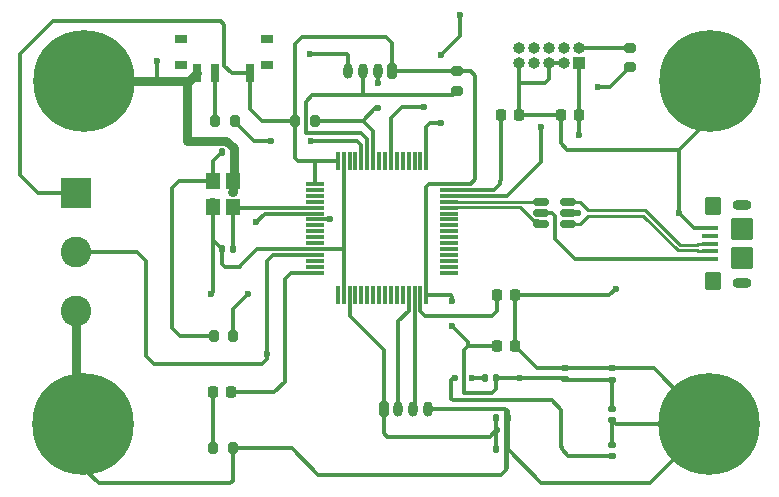
<source format=gbr>
%TF.GenerationSoftware,KiCad,Pcbnew,8.0.4*%
%TF.CreationDate,2024-07-31T13:10:52-04:00*%
%TF.ProjectId,STM32F405RGT6,53544d33-3246-4343-9035-524754362e6b,rev?*%
%TF.SameCoordinates,Original*%
%TF.FileFunction,Copper,L1,Top*%
%TF.FilePolarity,Positive*%
%FSLAX46Y46*%
G04 Gerber Fmt 4.6, Leading zero omitted, Abs format (unit mm)*
G04 Created by KiCad (PCBNEW 8.0.4) date 2024-07-31 13:10:52*
%MOMM*%
%LPD*%
G01*
G04 APERTURE LIST*
G04 Aperture macros list*
%AMRoundRect*
0 Rectangle with rounded corners*
0 $1 Rounding radius*
0 $2 $3 $4 $5 $6 $7 $8 $9 X,Y pos of 4 corners*
0 Add a 4 corners polygon primitive as box body*
4,1,4,$2,$3,$4,$5,$6,$7,$8,$9,$2,$3,0*
0 Add four circle primitives for the rounded corners*
1,1,$1+$1,$2,$3*
1,1,$1+$1,$4,$5*
1,1,$1+$1,$6,$7*
1,1,$1+$1,$8,$9*
0 Add four rect primitives between the rounded corners*
20,1,$1+$1,$2,$3,$4,$5,0*
20,1,$1+$1,$4,$5,$6,$7,0*
20,1,$1+$1,$6,$7,$8,$9,0*
20,1,$1+$1,$8,$9,$2,$3,0*%
G04 Aperture macros list end*
%TA.AperFunction,SMDPad,CuDef*%
%ADD10R,1.200000X1.400000*%
%TD*%
%TA.AperFunction,SMDPad,CuDef*%
%ADD11RoundRect,0.150000X0.512500X0.150000X-0.512500X0.150000X-0.512500X-0.150000X0.512500X-0.150000X0*%
%TD*%
%TA.AperFunction,SMDPad,CuDef*%
%ADD12RoundRect,0.075000X-0.700000X-0.075000X0.700000X-0.075000X0.700000X0.075000X-0.700000X0.075000X0*%
%TD*%
%TA.AperFunction,SMDPad,CuDef*%
%ADD13RoundRect,0.075000X-0.075000X-0.700000X0.075000X-0.700000X0.075000X0.700000X-0.075000X0.700000X0*%
%TD*%
%TA.AperFunction,SMDPad,CuDef*%
%ADD14R,1.000000X0.800000*%
%TD*%
%TA.AperFunction,SMDPad,CuDef*%
%ADD15R,0.700000X1.500000*%
%TD*%
%TA.AperFunction,SMDPad,CuDef*%
%ADD16RoundRect,0.200000X0.200000X0.275000X-0.200000X0.275000X-0.200000X-0.275000X0.200000X-0.275000X0*%
%TD*%
%TA.AperFunction,SMDPad,CuDef*%
%ADD17RoundRect,0.200000X0.275000X-0.200000X0.275000X0.200000X-0.275000X0.200000X-0.275000X-0.200000X0*%
%TD*%
%TA.AperFunction,SMDPad,CuDef*%
%ADD18RoundRect,0.200000X-0.200000X-0.275000X0.200000X-0.275000X0.200000X0.275000X-0.200000X0.275000X0*%
%TD*%
%TA.AperFunction,SMDPad,CuDef*%
%ADD19RoundRect,0.147500X0.147500X0.172500X-0.147500X0.172500X-0.147500X-0.172500X0.147500X-0.172500X0*%
%TD*%
%TA.AperFunction,SMDPad,CuDef*%
%ADD20RoundRect,0.100000X0.575000X-0.100000X0.575000X0.100000X-0.575000X0.100000X-0.575000X-0.100000X0*%
%TD*%
%TA.AperFunction,ComponentPad*%
%ADD21O,1.600000X0.900000*%
%TD*%
%TA.AperFunction,SMDPad,CuDef*%
%ADD22RoundRect,0.250000X0.450000X-0.550000X0.450000X0.550000X-0.450000X0.550000X-0.450000X-0.550000X0*%
%TD*%
%TA.AperFunction,SMDPad,CuDef*%
%ADD23RoundRect,0.250000X0.700000X-0.700000X0.700000X0.700000X-0.700000X0.700000X-0.700000X-0.700000X0*%
%TD*%
%TA.AperFunction,ComponentPad*%
%ADD24RoundRect,0.200000X-0.200000X-0.450000X0.200000X-0.450000X0.200000X0.450000X-0.200000X0.450000X0*%
%TD*%
%TA.AperFunction,ComponentPad*%
%ADD25O,0.800000X1.300000*%
%TD*%
%TA.AperFunction,ComponentPad*%
%ADD26RoundRect,0.200000X0.200000X0.450000X-0.200000X0.450000X-0.200000X-0.450000X0.200000X-0.450000X0*%
%TD*%
%TA.AperFunction,ComponentPad*%
%ADD27R,1.000000X1.000000*%
%TD*%
%TA.AperFunction,ComponentPad*%
%ADD28O,1.000000X1.000000*%
%TD*%
%TA.AperFunction,ComponentPad*%
%ADD29R,2.600000X2.600000*%
%TD*%
%TA.AperFunction,ComponentPad*%
%ADD30C,2.600000*%
%TD*%
%TA.AperFunction,ComponentPad*%
%ADD31C,0.900000*%
%TD*%
%TA.AperFunction,ComponentPad*%
%ADD32C,8.600000*%
%TD*%
%TA.AperFunction,SMDPad,CuDef*%
%ADD33RoundRect,0.218750X-0.218750X-0.256250X0.218750X-0.256250X0.218750X0.256250X-0.218750X0.256250X0*%
%TD*%
%TA.AperFunction,SMDPad,CuDef*%
%ADD34RoundRect,0.140000X0.140000X0.170000X-0.140000X0.170000X-0.140000X-0.170000X0.140000X-0.170000X0*%
%TD*%
%TA.AperFunction,SMDPad,CuDef*%
%ADD35RoundRect,0.140000X-0.140000X-0.170000X0.140000X-0.170000X0.140000X0.170000X-0.140000X0.170000X0*%
%TD*%
%TA.AperFunction,SMDPad,CuDef*%
%ADD36RoundRect,0.225000X0.225000X0.250000X-0.225000X0.250000X-0.225000X-0.250000X0.225000X-0.250000X0*%
%TD*%
%TA.AperFunction,SMDPad,CuDef*%
%ADD37RoundRect,0.140000X0.170000X-0.140000X0.170000X0.140000X-0.170000X0.140000X-0.170000X-0.140000X0*%
%TD*%
%TA.AperFunction,SMDPad,CuDef*%
%ADD38RoundRect,0.140000X-0.170000X0.140000X-0.170000X-0.140000X0.170000X-0.140000X0.170000X0.140000X0*%
%TD*%
%TA.AperFunction,SMDPad,CuDef*%
%ADD39RoundRect,0.225000X-0.225000X-0.250000X0.225000X-0.250000X0.225000X0.250000X-0.225000X0.250000X0*%
%TD*%
%TA.AperFunction,ViaPad*%
%ADD40C,0.600000*%
%TD*%
%TA.AperFunction,Conductor*%
%ADD41C,0.300000*%
%TD*%
%TA.AperFunction,Conductor*%
%ADD42C,0.750000*%
%TD*%
%TA.AperFunction,Conductor*%
%ADD43C,0.261112*%
%TD*%
G04 APERTURE END LIST*
D10*
%TO.P,Y1,1,1*%
%TO.N,HSE_IN*%
X90400000Y-87240000D03*
%TO.P,Y1,2,2*%
%TO.N,GND*%
X90400000Y-85040000D03*
%TO.P,Y1,3,3*%
%TO.N,Net-(C11-Pad1)*%
X88700000Y-85040000D03*
%TO.P,Y1,4,4*%
%TO.N,GND*%
X88700000Y-87240000D03*
%TD*%
D11*
%TO.P,U2,1,I/O1*%
%TO.N,USB_CONN_D-*%
X118750000Y-88650000D03*
%TO.P,U2,2,GND*%
%TO.N,GND*%
X118750000Y-87700000D03*
%TO.P,U2,3,I/O2*%
%TO.N,USB_CONN_D+*%
X118750000Y-86750000D03*
%TO.P,U2,4,I/O2*%
%TO.N,USB_D+*%
X116475000Y-86750000D03*
%TO.P,U2,5,VBUS*%
%TO.N,+5V*%
X116475000Y-87700000D03*
%TO.P,U2,6,I/O1*%
%TO.N,USB_D-*%
X116475000Y-88650000D03*
%TD*%
D12*
%TO.P,U1,1,VBAT*%
%TO.N,+3.3V*%
X97325000Y-85250000D03*
%TO.P,U1,2,PC13*%
%TO.N,unconnected-(U1-PC13-Pad2)*%
X97325000Y-85750000D03*
%TO.P,U1,3,PC14*%
%TO.N,unconnected-(U1-PC14-Pad3)*%
X97325000Y-86250000D03*
%TO.P,U1,4,PC15*%
%TO.N,unconnected-(U1-PC15-Pad4)*%
X97325000Y-86750000D03*
%TO.P,U1,5,PH0*%
%TO.N,HSE_IN*%
X97325000Y-87250000D03*
%TO.P,U1,6,PH1*%
%TO.N,HSE_OUT*%
X97325000Y-87750000D03*
%TO.P,U1,7,NRST*%
%TO.N,NRST*%
X97325000Y-88250000D03*
%TO.P,U1,8,PC0*%
%TO.N,unconnected-(U1-PC0-Pad8)*%
X97325000Y-88750000D03*
%TO.P,U1,9,PC1*%
%TO.N,unconnected-(U1-PC1-Pad9)*%
X97325000Y-89250000D03*
%TO.P,U1,10,PC2*%
%TO.N,unconnected-(U1-PC2-Pad10)*%
X97325000Y-89750000D03*
%TO.P,U1,11,PC3*%
%TO.N,unconnected-(U1-PC3-Pad11)*%
X97325000Y-90250000D03*
%TO.P,U1,12,VSSA*%
%TO.N,GND*%
X97325000Y-90750000D03*
%TO.P,U1,13,VDDA*%
%TO.N,+3.3VA*%
X97325000Y-91250000D03*
%TO.P,U1,14,PA0*%
%TO.N,unconnected-(U1-PA0-Pad14)*%
X97325000Y-91750000D03*
%TO.P,U1,15,PA1*%
%TO.N,unconnected-(U1-PA1-Pad15)*%
X97325000Y-92250000D03*
%TO.P,U1,16,PA2*%
%TO.N,LED_STATUS*%
X97325000Y-92750000D03*
D13*
%TO.P,U1,17,PA3*%
%TO.N,unconnected-(U1-PA3-Pad17)*%
X99250000Y-94675000D03*
%TO.P,U1,18,VSS*%
%TO.N,GND*%
X99750000Y-94675000D03*
%TO.P,U1,19,VDD*%
%TO.N,+3.3V*%
X100250000Y-94675000D03*
%TO.P,U1,20,PA4*%
%TO.N,unconnected-(U1-PA4-Pad20)*%
X100750000Y-94675000D03*
%TO.P,U1,21,PA5*%
%TO.N,unconnected-(U1-PA5-Pad21)*%
X101250000Y-94675000D03*
%TO.P,U1,22,PA6*%
%TO.N,unconnected-(U1-PA6-Pad22)*%
X101750000Y-94675000D03*
%TO.P,U1,23,PA7*%
%TO.N,unconnected-(U1-PA7-Pad23)*%
X102250000Y-94675000D03*
%TO.P,U1,24,PC4*%
%TO.N,unconnected-(U1-PC4-Pad24)*%
X102750000Y-94675000D03*
%TO.P,U1,25,PC5*%
%TO.N,unconnected-(U1-PC5-Pad25)*%
X103250000Y-94675000D03*
%TO.P,U1,26,PB0*%
%TO.N,unconnected-(U1-PB0-Pad26)*%
X103750000Y-94675000D03*
%TO.P,U1,27,PB1*%
%TO.N,unconnected-(U1-PB1-Pad27)*%
X104250000Y-94675000D03*
%TO.P,U1,28,PB2*%
%TO.N,unconnected-(U1-PB2-Pad28)*%
X104750000Y-94675000D03*
%TO.P,U1,29,PB10*%
%TO.N,USART3_TX*%
X105250000Y-94675000D03*
%TO.P,U1,30,PB11*%
%TO.N,USART3_RX*%
X105750000Y-94675000D03*
%TO.P,U1,31,VCAP_1*%
%TO.N,Net-(U1-VCAP_1)*%
X106250000Y-94675000D03*
%TO.P,U1,32,VDD*%
%TO.N,+3.3V*%
X106750000Y-94675000D03*
D12*
%TO.P,U1,33,PB12*%
%TO.N,unconnected-(U1-PB12-Pad33)*%
X108675000Y-92750000D03*
%TO.P,U1,34,PB13*%
%TO.N,unconnected-(U1-PB13-Pad34)*%
X108675000Y-92250000D03*
%TO.P,U1,35,PB14*%
%TO.N,unconnected-(U1-PB14-Pad35)*%
X108675000Y-91750000D03*
%TO.P,U1,36,PB15*%
%TO.N,unconnected-(U1-PB15-Pad36)*%
X108675000Y-91250000D03*
%TO.P,U1,37,PC6*%
%TO.N,unconnected-(U1-PC6-Pad37)*%
X108675000Y-90750000D03*
%TO.P,U1,38,PC7*%
%TO.N,unconnected-(U1-PC7-Pad38)*%
X108675000Y-90250000D03*
%TO.P,U1,39,PC8*%
%TO.N,unconnected-(U1-PC8-Pad39)*%
X108675000Y-89750000D03*
%TO.P,U1,40,PC9*%
%TO.N,unconnected-(U1-PC9-Pad40)*%
X108675000Y-89250000D03*
%TO.P,U1,41,PA8*%
%TO.N,unconnected-(U1-PA8-Pad41)*%
X108675000Y-88750000D03*
%TO.P,U1,42,PA9*%
%TO.N,unconnected-(U1-PA9-Pad42)*%
X108675000Y-88250000D03*
%TO.P,U1,43,PA10*%
%TO.N,unconnected-(U1-PA10-Pad43)*%
X108675000Y-87750000D03*
%TO.P,U1,44,PA11*%
%TO.N,USB_D-*%
X108675000Y-87250000D03*
%TO.P,U1,45,PA12*%
%TO.N,USB_D+*%
X108675000Y-86750000D03*
%TO.P,U1,46,PA13*%
%TO.N,SWDIO*%
X108675000Y-86250000D03*
%TO.P,U1,47,VCAP_2*%
%TO.N,Net-(U1-VCAP_2)*%
X108675000Y-85750000D03*
%TO.P,U1,48,VDD*%
%TO.N,+3.3V*%
X108675000Y-85250000D03*
D13*
%TO.P,U1,49,PA14*%
%TO.N,SWCLK*%
X106750000Y-83325000D03*
%TO.P,U1,50,PA15*%
%TO.N,unconnected-(U1-PA15-Pad50)*%
X106250000Y-83325000D03*
%TO.P,U1,51,PC10*%
%TO.N,unconnected-(U1-PC10-Pad51)*%
X105750000Y-83325000D03*
%TO.P,U1,52,PC11*%
%TO.N,unconnected-(U1-PC11-Pad52)*%
X105250000Y-83325000D03*
%TO.P,U1,53,PC12*%
%TO.N,unconnected-(U1-PC12-Pad53)*%
X104750000Y-83325000D03*
%TO.P,U1,54,PD2*%
%TO.N,unconnected-(U1-PD2-Pad54)*%
X104250000Y-83325000D03*
%TO.P,U1,55,PB3*%
%TO.N,SWO*%
X103750000Y-83325000D03*
%TO.P,U1,56,PB4*%
%TO.N,unconnected-(U1-PB4-Pad56)*%
X103250000Y-83325000D03*
%TO.P,U1,57,PB5*%
%TO.N,unconnected-(U1-PB5-Pad57)*%
X102750000Y-83325000D03*
%TO.P,U1,58,PB6*%
%TO.N,I2C1_SCL*%
X102250000Y-83325000D03*
%TO.P,U1,59,PB7*%
%TO.N,I2C1_SDA*%
X101750000Y-83325000D03*
%TO.P,U1,60,BOOT0*%
%TO.N,BOOT0*%
X101250000Y-83325000D03*
%TO.P,U1,61,PB8*%
%TO.N,unconnected-(U1-PB8-Pad61)*%
X100750000Y-83325000D03*
%TO.P,U1,62,PB9*%
%TO.N,unconnected-(U1-PB9-Pad62)*%
X100250000Y-83325000D03*
%TO.P,U1,63,VSS*%
%TO.N,GND*%
X99750000Y-83325000D03*
%TO.P,U1,64,VDD*%
%TO.N,+3.3V*%
X99250000Y-83325000D03*
%TD*%
D14*
%TO.P,SW1,*%
%TO.N,*%
X93250000Y-75180000D03*
X93250000Y-72970000D03*
X85950000Y-75180000D03*
X85950000Y-72970000D03*
D15*
%TO.P,SW1,1,A*%
%TO.N,+3.3V*%
X91850000Y-75830000D03*
%TO.P,SW1,2,B*%
%TO.N,Net-(SW1-B)*%
X88850000Y-75830000D03*
%TO.P,SW1,3,C*%
%TO.N,GND*%
X87350000Y-75830000D03*
%TD*%
D16*
%TO.P,R6,1*%
%TO.N,I2C1_SCL*%
X97306400Y-79883000D03*
%TO.P,R6,2*%
%TO.N,+3.3V*%
X95656400Y-79883000D03*
%TD*%
D17*
%TO.P,R5,1*%
%TO.N,I2C1_SDA*%
X109375000Y-77350000D03*
%TO.P,R5,2*%
%TO.N,+3.3V*%
X109375000Y-75700000D03*
%TD*%
%TO.P,R4,1*%
%TO.N,SWDIO*%
X124000000Y-75375000D03*
%TO.P,R4,2*%
%TO.N,Net-(J2-Pin_2)*%
X124000000Y-73725000D03*
%TD*%
D16*
%TO.P,R3,1*%
%TO.N,GND*%
X90346900Y-107619800D03*
%TO.P,R3,2*%
%TO.N,Net-(D1-K)*%
X88696900Y-107619800D03*
%TD*%
D18*
%TO.P,R2,1*%
%TO.N,Net-(C11-Pad1)*%
X88748600Y-98120200D03*
%TO.P,R2,2*%
%TO.N,HSE_OUT*%
X90398600Y-98120200D03*
%TD*%
D16*
%TO.P,R1,1*%
%TO.N,BOOT0*%
X90525600Y-79908400D03*
%TO.P,R1,2*%
%TO.N,Net-(SW1-B)*%
X88875600Y-79908400D03*
%TD*%
D19*
%TO.P,L1,1*%
%TO.N,+3.3V*%
X112676800Y-101701600D03*
%TO.P,L1,2*%
%TO.N,+3.3VA*%
X111706800Y-101701600D03*
%TD*%
D20*
%TO.P,J5,1,VBUS*%
%TO.N,+5V*%
X130775000Y-91600000D03*
%TO.P,J5,2,D-*%
%TO.N,USB_CONN_D-*%
X130775000Y-90950000D03*
%TO.P,J5,3,D+*%
%TO.N,USB_CONN_D+*%
X130775000Y-90300000D03*
%TO.P,J5,4,ID*%
%TO.N,unconnected-(J5-ID-Pad4)*%
X130775000Y-89650000D03*
%TO.P,J5,5,GND*%
%TO.N,GND*%
X130775000Y-89000000D03*
D21*
%TO.P,J5,6,Shield*%
%TO.N,unconnected-(J5-Shield-Pad6)_1*%
X133450000Y-93600000D03*
D22*
%TO.N,unconnected-(J5-Shield-Pad6)*%
X131000000Y-93500000D03*
D23*
%TO.N,unconnected-(J5-Shield-Pad6)_4*%
X133450000Y-91500000D03*
%TO.N,unconnected-(J5-Shield-Pad6)_5*%
X133450000Y-89100000D03*
D22*
%TO.N,unconnected-(J5-Shield-Pad6)_2*%
X131000000Y-87100000D03*
D21*
%TO.N,unconnected-(J5-Shield-Pad6)_3*%
X133450000Y-87000000D03*
%TD*%
D24*
%TO.P,J4,1,Pin_1*%
%TO.N,+3.3V*%
X103125000Y-104300000D03*
D25*
%TO.P,J4,2,Pin_2*%
%TO.N,USART3_TX*%
X104375000Y-104300000D03*
%TO.P,J4,3,Pin_3*%
%TO.N,USART3_RX*%
X105625000Y-104300000D03*
%TO.P,J4,4,Pin_4*%
%TO.N,GND*%
X106875000Y-104300000D03*
%TD*%
D26*
%TO.P,J3,1,Pin_1*%
%TO.N,+3.3V*%
X103875000Y-75700000D03*
D25*
%TO.P,J3,2,Pin_2*%
%TO.N,I2C1_SCL*%
X102625000Y-75700000D03*
%TO.P,J3,3,Pin_3*%
%TO.N,I2C1_SDA*%
X101375000Y-75700000D03*
%TO.P,J3,4,Pin_4*%
%TO.N,GND*%
X100125000Y-75700000D03*
%TD*%
D27*
%TO.P,J2,1,Pin_1*%
%TO.N,+3.3VA*%
X119680000Y-75000000D03*
D28*
%TO.P,J2,2,Pin_2*%
%TO.N,Net-(J2-Pin_2)*%
X119680000Y-73730000D03*
%TO.P,J2,3,Pin_3*%
%TO.N,GND*%
X118410000Y-75000000D03*
%TO.P,J2,4,Pin_4*%
%TO.N,SWCLK*%
X118410000Y-73730000D03*
%TO.P,J2,5,Pin_5*%
%TO.N,GND*%
X117140000Y-75000000D03*
%TO.P,J2,6,Pin_6*%
%TO.N,SWO*%
X117140000Y-73730000D03*
%TO.P,J2,7,Pin_7*%
%TO.N,unconnected-(J2-Pin_7-Pad7)*%
X115870000Y-75000000D03*
%TO.P,J2,8,Pin_8*%
%TO.N,unconnected-(J2-Pin_8-Pad8)*%
X115870000Y-73730000D03*
%TO.P,J2,9,Pin_9*%
%TO.N,GND*%
X114600000Y-75000000D03*
%TO.P,J2,10,Pin_10*%
%TO.N,NRST*%
X114600000Y-73730000D03*
%TD*%
D29*
%TO.P,J1,1,Pin_1*%
%TO.N,+3.3V*%
X77100000Y-86000000D03*
D30*
%TO.P,J1,2,Pin_2*%
%TO.N,+3.3VA*%
X77100000Y-91000000D03*
%TO.P,J1,3,Pin_3*%
%TO.N,GND*%
X77100000Y-96000000D03*
%TD*%
D31*
%TO.P,H4,1,1*%
%TO.N,GND*%
X74494581Y-105530419D03*
X75439162Y-103250000D03*
X75439162Y-107810838D03*
X77719581Y-102305419D03*
D32*
X77719581Y-105530419D03*
D31*
X77719581Y-108755419D03*
X80000000Y-103250000D03*
X80000000Y-107810838D03*
X80944581Y-105530419D03*
%TD*%
%TO.P,H3,1,1*%
%TO.N,GND*%
X127494581Y-105530419D03*
X128439162Y-103250000D03*
X128439162Y-107810838D03*
X130719581Y-102305419D03*
D32*
X130719581Y-105530419D03*
D31*
X130719581Y-108755419D03*
X133000000Y-103250000D03*
X133000000Y-107810838D03*
X133944581Y-105530419D03*
%TD*%
%TO.P,H2,1,1*%
%TO.N,GND*%
X127525000Y-76500000D03*
X128469581Y-74219581D03*
X128469581Y-78780419D03*
X130750000Y-73275000D03*
D32*
X130750000Y-76500000D03*
D31*
X130750000Y-79725000D03*
X133030419Y-74219581D03*
X133030419Y-78780419D03*
X133975000Y-76500000D03*
%TD*%
%TO.P,H1,1,1*%
%TO.N,GND*%
X74550000Y-76530419D03*
X75494581Y-74250000D03*
X75494581Y-78810838D03*
X77775000Y-73305419D03*
D32*
X77775000Y-76530419D03*
D31*
X77775000Y-79755419D03*
X80055419Y-74250000D03*
X80055419Y-78810838D03*
X81000000Y-76530419D03*
%TD*%
D33*
%TO.P,D1,1,K*%
%TO.N,Net-(D1-K)*%
X88671300Y-102895400D03*
%TO.P,D1,2,A*%
%TO.N,LED_STATUS*%
X90246300Y-102895400D03*
%TD*%
D34*
%TO.P,C12,1*%
%TO.N,HSE_IN*%
X90400000Y-90775000D03*
%TO.P,C12,2*%
%TO.N,GND*%
X89440000Y-90775000D03*
%TD*%
D35*
%TO.P,C11,1*%
%TO.N,Net-(C11-Pad1)*%
X89464000Y-82575400D03*
%TO.P,C11,2*%
%TO.N,GND*%
X90424000Y-82575400D03*
%TD*%
D36*
%TO.P,C10,1*%
%TO.N,+3.3VA*%
X119675000Y-79425000D03*
%TO.P,C10,2*%
%TO.N,GND*%
X118125000Y-79425000D03*
%TD*%
D37*
%TO.P,C9,1*%
%TO.N,+3.3VA*%
X122500000Y-108298000D03*
%TO.P,C9,2*%
%TO.N,GND*%
X122500000Y-107338000D03*
%TD*%
D38*
%TO.P,C8,1*%
%TO.N,+3.3V*%
X122500000Y-104290000D03*
%TO.P,C8,2*%
%TO.N,GND*%
X122500000Y-105250000D03*
%TD*%
D37*
%TO.P,C7,1*%
%TO.N,+3.3V*%
X122500000Y-101823600D03*
%TO.P,C7,2*%
%TO.N,GND*%
X122500000Y-100863600D03*
%TD*%
%TO.P,C6,1*%
%TO.N,+3.3V*%
X118461400Y-101772800D03*
%TO.P,C6,2*%
%TO.N,GND*%
X118461400Y-100812800D03*
%TD*%
D35*
%TO.P,C5,1*%
%TO.N,+3.3V*%
X112651600Y-107721400D03*
%TO.P,C5,2*%
%TO.N,GND*%
X113611600Y-107721400D03*
%TD*%
%TO.P,C4,1*%
%TO.N,+3.3V*%
X112679600Y-105079800D03*
%TO.P,C4,2*%
%TO.N,GND*%
X113639600Y-105079800D03*
%TD*%
D39*
%TO.P,C3,1*%
%TO.N,+3.3V*%
X112699200Y-98933000D03*
%TO.P,C3,2*%
%TO.N,GND*%
X114249200Y-98933000D03*
%TD*%
%TO.P,C2,1*%
%TO.N,Net-(U1-VCAP_1)*%
X112699200Y-94665800D03*
%TO.P,C2,2*%
%TO.N,GND*%
X114249200Y-94665800D03*
%TD*%
%TO.P,C1,1*%
%TO.N,Net-(U1-VCAP_2)*%
X113050000Y-79425000D03*
%TO.P,C1,2*%
%TO.N,GND*%
X114600000Y-79425000D03*
%TD*%
D40*
%TO.N,SWCLK*%
X108025000Y-80125000D03*
X108025000Y-74300000D03*
X109625000Y-70975000D03*
%TO.N,SWO*%
X106575000Y-78725000D03*
%TO.N,+3.3VA*%
X119675000Y-81075000D03*
%TO.N,SWDIO*%
X121250000Y-77050000D03*
X116425000Y-80400000D03*
%TO.N,+3.3VA*%
X93250000Y-99625000D03*
%TO.N,+3.3V*%
X112725000Y-106075000D03*
X114650000Y-101700000D03*
%TO.N,+3.3VA*%
X110625000Y-101700000D03*
X109150000Y-101700000D03*
%TO.N,NRST*%
X98600000Y-88250000D03*
%TO.N,GND*%
X83975000Y-74825000D03*
X96925000Y-74250000D03*
%TO.N,I2C1_SCL*%
X102625000Y-76700000D03*
X102625000Y-78825000D03*
%TO.N,BOOT0*%
X93600000Y-81650000D03*
X96950000Y-81650000D03*
%TO.N,HSE_OUT*%
X92350000Y-88450000D03*
X91675000Y-94575000D03*
%TO.N,GND*%
X90325000Y-86039998D03*
X88700000Y-86700000D03*
X88525000Y-94600000D03*
X122775000Y-94125000D03*
X128125000Y-87675000D03*
X119600000Y-87675000D03*
%TO.N,+3.3V*%
X108950000Y-95200000D03*
X108950000Y-97250000D03*
%TD*%
D41*
%TO.N,SWCLK*%
X106750000Y-80450000D02*
X106750000Y-83325000D01*
X107075000Y-80125000D02*
X106750000Y-80450000D01*
X108025000Y-80125000D02*
X107075000Y-80125000D01*
X109625000Y-72700000D02*
X108025000Y-74300000D01*
X109625000Y-70975000D02*
X109625000Y-72700000D01*
%TO.N,SWO*%
X104650000Y-78725000D02*
X106575000Y-78725000D01*
X103750000Y-79625000D02*
X104650000Y-78725000D01*
X103750000Y-83325000D02*
X103750000Y-79625000D01*
%TO.N,GND*%
X117150000Y-76325000D02*
X116800000Y-76675000D01*
X114600000Y-76675000D02*
X114600000Y-75000000D01*
X116800000Y-76675000D02*
X114600000Y-76675000D01*
X117140000Y-76315000D02*
X117150000Y-76325000D01*
X114600000Y-79425000D02*
X114600000Y-76675000D01*
X117140000Y-75000000D02*
X117140000Y-76315000D01*
X118410000Y-75000000D02*
X117140000Y-75000000D01*
%TO.N,+3.3VA*%
X119675000Y-81075000D02*
X119675000Y-79425000D01*
%TO.N,GND*%
X118675000Y-82350000D02*
X128125000Y-82350000D01*
X118125000Y-81800000D02*
X118675000Y-82350000D01*
X118125000Y-79425000D02*
X118125000Y-81800000D01*
%TO.N,SWDIO*%
X122325000Y-77050000D02*
X124000000Y-75375000D01*
X121250000Y-77050000D02*
X122325000Y-77050000D01*
%TO.N,+3.3VA*%
X119680000Y-79420000D02*
X119675000Y-79425000D01*
X119680000Y-75000000D02*
X119680000Y-79420000D01*
%TO.N,SWDIO*%
X115875000Y-83975000D02*
X116425000Y-83425000D01*
X116425000Y-83425000D02*
X116425000Y-80925000D01*
X116425000Y-80925000D02*
X116425000Y-80400000D01*
X113600000Y-86250000D02*
X115875000Y-83975000D01*
X108675000Y-86250000D02*
X113600000Y-86250000D01*
%TO.N,+3.3V*%
X106750000Y-85475000D02*
X106750000Y-94675000D01*
X106975000Y-85250000D02*
X106750000Y-85475000D01*
X108675000Y-85250000D02*
X106975000Y-85250000D01*
X110900000Y-84850000D02*
X110500000Y-85250000D01*
X110900000Y-76075000D02*
X110900000Y-84850000D01*
X109375000Y-75700000D02*
X110525000Y-75700000D01*
X110525000Y-75700000D02*
X110900000Y-76075000D01*
X110500000Y-85250000D02*
X108675000Y-85250000D01*
%TO.N,+3.3VA*%
X93250000Y-99625000D02*
X93250000Y-100100000D01*
%TO.N,+3.3V*%
X112679600Y-106120400D02*
X112679600Y-107693400D01*
X112725000Y-106075000D02*
X112679600Y-106120400D01*
X112679600Y-106029600D02*
X112725000Y-106075000D01*
X114651600Y-101701600D02*
X118390200Y-101701600D01*
X114650000Y-101700000D02*
X114651600Y-101701600D01*
X114648400Y-101701600D02*
X114650000Y-101700000D01*
X100250000Y-96450000D02*
X100250000Y-94675000D01*
X103125000Y-99325000D02*
X100250000Y-96450000D01*
X103125000Y-104300000D02*
X103125000Y-99325000D01*
%TO.N,+3.3VA*%
X111705200Y-101700000D02*
X111706800Y-101701600D01*
X110625000Y-101700000D02*
X111705200Y-101700000D01*
X109050000Y-101700000D02*
X109150000Y-101700000D01*
X108875000Y-101875000D02*
X109050000Y-101700000D01*
X108875000Y-103450000D02*
X108875000Y-101875000D01*
X108975000Y-103550000D02*
X108875000Y-103450000D01*
X117350000Y-103550000D02*
X108975000Y-103550000D01*
X118175000Y-104375000D02*
X117350000Y-103550000D01*
X118175000Y-107525000D02*
X118175000Y-104375000D01*
X118200000Y-107550000D02*
X118175000Y-107525000D01*
X118200000Y-107725000D02*
X118200000Y-107550000D01*
X122500000Y-108298000D02*
X118773000Y-108298000D01*
X118773000Y-108298000D02*
X118200000Y-107725000D01*
%TO.N,GND*%
X116500000Y-110525000D02*
X125725000Y-110525000D01*
X113639600Y-107664600D02*
X116500000Y-110525000D01*
X113639600Y-104489600D02*
X113639600Y-107664600D01*
X125725000Y-110525000D02*
X130719581Y-105530419D01*
X113512500Y-104362500D02*
X113639600Y-104489600D01*
X113512500Y-104362500D02*
X113512500Y-109437500D01*
X113450000Y-104300000D02*
X113512500Y-104362500D01*
X113512500Y-109437500D02*
X113611600Y-109338400D01*
X113075000Y-109875000D02*
X113512500Y-109437500D01*
X113611600Y-109338400D02*
X113611600Y-107721400D01*
X95344800Y-107619800D02*
X97600000Y-109875000D01*
X90346900Y-107619800D02*
X95344800Y-107619800D01*
X97600000Y-109875000D02*
X113075000Y-109875000D01*
X113611600Y-105107800D02*
X113639600Y-105079800D01*
X113611600Y-107721400D02*
X113611600Y-105107800D01*
%TO.N,NRST*%
X97325000Y-88250000D02*
X98600000Y-88250000D01*
%TO.N,GND*%
X99750000Y-90750000D02*
X99750000Y-91800000D01*
X97325000Y-90750000D02*
X99750000Y-90750000D01*
X99750000Y-83325000D02*
X99750000Y-91800000D01*
X99750000Y-91800000D02*
X99750000Y-94675000D01*
D42*
X83975000Y-76530419D02*
X86649581Y-76530419D01*
X81000000Y-76530419D02*
X83975000Y-76530419D01*
D41*
X83975000Y-74825000D02*
X83975000Y-76530419D01*
X100025000Y-74250000D02*
X96925000Y-74250000D01*
X100125000Y-74350000D02*
X100025000Y-74250000D01*
X100125000Y-75700000D02*
X100125000Y-74350000D01*
%TO.N,I2C1_SCL*%
X102441000Y-78825000D02*
X101383000Y-79883000D01*
X102625000Y-78825000D02*
X102441000Y-78825000D01*
X102625000Y-75700000D02*
X102625000Y-76700000D01*
%TO.N,I2C1_SDA*%
X97075000Y-77750000D02*
X101375000Y-77750000D01*
X96525000Y-78300000D02*
X97075000Y-77750000D01*
X101375000Y-77750000D02*
X101375000Y-77025000D01*
X96525000Y-80900000D02*
X96525000Y-78300000D01*
X96550000Y-80925000D02*
X96525000Y-80900000D01*
X101225000Y-80925000D02*
X96550000Y-80925000D01*
X101750000Y-81450000D02*
X101225000Y-80925000D01*
X101750000Y-83325000D02*
X101750000Y-81450000D01*
X101375000Y-77650000D02*
X101375000Y-77025000D01*
X101475000Y-77750000D02*
X101375000Y-77650000D01*
X108975000Y-77750000D02*
X101475000Y-77750000D01*
X109375000Y-77350000D02*
X108975000Y-77750000D01*
%TO.N,+3.3V*%
X95656400Y-73393600D02*
X95656400Y-79883000D01*
X96250000Y-72800000D02*
X95656400Y-73393600D01*
X103875000Y-73300000D02*
X103375000Y-72800000D01*
X103875000Y-75700000D02*
X103875000Y-73300000D01*
X103375000Y-72800000D02*
X96250000Y-72800000D01*
%TO.N,BOOT0*%
X90525600Y-79975600D02*
X92200000Y-81650000D01*
X90525600Y-79908400D02*
X90525600Y-79975600D01*
X92200000Y-81650000D02*
X93600000Y-81650000D01*
X100900000Y-81625000D02*
X96975000Y-81625000D01*
X101250000Y-81975000D02*
X101050000Y-81775000D01*
X101050000Y-81775000D02*
X100900000Y-81625000D01*
X101250000Y-83325000D02*
X101250000Y-81975000D01*
X96975000Y-81625000D02*
X96950000Y-81650000D01*
%TO.N,HSE_OUT*%
X93050000Y-87750000D02*
X97325000Y-87750000D01*
X92350000Y-88450000D02*
X93050000Y-87750000D01*
X90398600Y-95851400D02*
X91675000Y-94575000D01*
X90398600Y-98120200D02*
X90398600Y-95851400D01*
%TO.N,GND*%
X91000000Y-92300000D02*
X89700000Y-92300000D01*
X89700000Y-92300000D02*
X89440000Y-92040000D01*
X89440000Y-92040000D02*
X89440000Y-90775000D01*
X92450000Y-90750000D02*
X91000000Y-92200000D01*
X91000000Y-92200000D02*
X91000000Y-92300000D01*
X97325000Y-90750000D02*
X92450000Y-90750000D01*
%TO.N,+3.3V*%
X89650000Y-75225000D02*
X90255000Y-75830000D01*
X90255000Y-75830000D02*
X91850000Y-75830000D01*
X89650000Y-71775000D02*
X89650000Y-75225000D01*
X89325000Y-71450000D02*
X89650000Y-71775000D01*
X75134225Y-71450000D02*
X89325000Y-71450000D01*
X72375000Y-74209225D02*
X75134225Y-71450000D01*
X72375000Y-84500000D02*
X72375000Y-74209225D01*
X73875000Y-86000000D02*
X72375000Y-84500000D01*
X77100000Y-86000000D02*
X73875000Y-86000000D01*
D42*
%TO.N,GND*%
X90399998Y-85965000D02*
X90325000Y-85965000D01*
X90400000Y-85964998D02*
X90399998Y-85965000D01*
X90400000Y-85040000D02*
X90400000Y-85964998D01*
D41*
X88700000Y-87240000D02*
X88700000Y-86700000D01*
X88700000Y-94425000D02*
X88525000Y-94600000D01*
X88700000Y-90035000D02*
X88700000Y-94425000D01*
X122234200Y-94665800D02*
X122775000Y-94125000D01*
X114249200Y-94665800D02*
X122234200Y-94665800D01*
X128125000Y-82350000D02*
X128125000Y-87675000D01*
X130750000Y-79725000D02*
X128125000Y-82350000D01*
X129450000Y-89000000D02*
X128125000Y-87675000D01*
X130775000Y-89000000D02*
X129450000Y-89000000D01*
X119575000Y-87700000D02*
X119600000Y-87675000D01*
X118750000Y-87700000D02*
X119575000Y-87700000D01*
%TO.N,+5V*%
X117625000Y-89875000D02*
X119350000Y-91600000D01*
X119350000Y-91600000D02*
X130775000Y-91600000D01*
X117375000Y-87700000D02*
X117625000Y-87950000D01*
X117625000Y-87950000D02*
X117625000Y-89875000D01*
X116475000Y-87700000D02*
X117375000Y-87700000D01*
%TO.N,+3.3V*%
X108950000Y-97250000D02*
X110292000Y-98592000D01*
X110292000Y-98592000D02*
X110292000Y-98933000D01*
X108950000Y-94800000D02*
X108950000Y-95200000D01*
X108825000Y-94675000D02*
X108950000Y-94800000D01*
X106750000Y-94675000D02*
X108825000Y-94675000D01*
%TO.N,Net-(U1-VCAP_1)*%
X106650000Y-96425000D02*
X112275000Y-96425000D01*
X106250000Y-96025000D02*
X106650000Y-96425000D01*
X112275000Y-96425000D02*
X112699200Y-96000800D01*
X112699200Y-96000800D02*
X112699200Y-94665800D01*
X106250000Y-94675000D02*
X106250000Y-96025000D01*
%TO.N,GND*%
X114249200Y-98933000D02*
X114249200Y-94665800D01*
%TO.N,+3.3V*%
X109900000Y-102975000D02*
X112275000Y-102975000D01*
X112275000Y-102975000D02*
X112676800Y-102573200D01*
X109900000Y-99325000D02*
X109900000Y-102975000D01*
X110292000Y-98933000D02*
X109900000Y-99325000D01*
X112676800Y-102573200D02*
X112676800Y-101701600D01*
X112699200Y-98933000D02*
X110292000Y-98933000D01*
X118390200Y-101701600D02*
X118461400Y-101772800D01*
X112676800Y-101701600D02*
X114648400Y-101701600D01*
%TO.N,GND*%
X116129000Y-100812800D02*
X114249200Y-98933000D01*
X118461400Y-100812800D02*
X116129000Y-100812800D01*
X122449200Y-100812800D02*
X122500000Y-100863600D01*
X118461400Y-100812800D02*
X122449200Y-100812800D01*
%TO.N,+3.3V*%
X118512200Y-101823600D02*
X118461400Y-101772800D01*
X122500000Y-101823600D02*
X118512200Y-101823600D01*
%TO.N,GND*%
X126052762Y-100863600D02*
X130719581Y-105530419D01*
X122500000Y-100863600D02*
X126052762Y-100863600D01*
%TO.N,+3.3V*%
X122500000Y-104290000D02*
X122500000Y-101823600D01*
%TO.N,GND*%
X122780419Y-105530419D02*
X122500000Y-105250000D01*
X127494581Y-105530419D02*
X122780419Y-105530419D01*
X122500000Y-107338000D02*
X122500000Y-105250000D01*
D43*
%TO.N,USB_CONN_D-*%
X129762499Y-90950000D02*
X130775000Y-90950000D01*
X128028836Y-90857156D02*
X129669655Y-90857156D01*
X129669655Y-90857156D02*
X129762499Y-90950000D01*
X125103836Y-87932156D02*
X128028836Y-90857156D01*
X120461595Y-87932156D02*
X125103836Y-87932156D01*
X119743751Y-88650000D02*
X120461595Y-87932156D01*
X118750000Y-88650000D02*
X119743751Y-88650000D01*
%TO.N,USB_CONN_D+*%
X129669655Y-90392844D02*
X129762499Y-90300000D01*
X129762499Y-90300000D02*
X130775000Y-90300000D01*
X120461595Y-87467844D02*
X125296164Y-87467844D01*
X119743751Y-86750000D02*
X120461595Y-87467844D01*
X118750000Y-86750000D02*
X119743751Y-86750000D01*
X128221164Y-90392844D02*
X129669655Y-90392844D01*
X125296164Y-87467844D02*
X128221164Y-90392844D01*
%TO.N,USB_D+*%
X108675000Y-86750000D02*
X116475000Y-86750000D01*
D41*
%TO.N,+3.3V*%
X112100000Y-106650000D02*
X103450000Y-106650000D01*
X103450000Y-106650000D02*
X103125000Y-106325000D01*
X103125000Y-106325000D02*
X103125000Y-104300000D01*
X112679600Y-106070400D02*
X112100000Y-106650000D01*
X112679600Y-105079800D02*
X112679600Y-106070400D01*
X112679600Y-107693400D02*
X112651600Y-107721400D01*
X112679600Y-105079800D02*
X112679600Y-106029600D01*
%TO.N,GND*%
X113639600Y-104489600D02*
X113639600Y-105079800D01*
X113450000Y-104300000D02*
X113639600Y-104489600D01*
X106875000Y-104300000D02*
X113450000Y-104300000D01*
%TO.N,USART3_TX*%
X105250000Y-96000000D02*
X104375000Y-96875000D01*
X104375000Y-96875000D02*
X104375000Y-104300000D01*
X105250000Y-94675000D02*
X105250000Y-96000000D01*
%TO.N,USART3_RX*%
X105750000Y-104175000D02*
X105625000Y-104300000D01*
X105750000Y-94675000D02*
X105750000Y-104175000D01*
%TO.N,LED_STATUS*%
X94750000Y-93300000D02*
X95300000Y-92750000D01*
X94750000Y-102000000D02*
X94750000Y-93300000D01*
X95300000Y-92750000D02*
X97325000Y-92750000D01*
X93875000Y-102875000D02*
X94750000Y-102000000D01*
X91182107Y-102875000D02*
X93875000Y-102875000D01*
X91161707Y-102895400D02*
X91182107Y-102875000D01*
X90246300Y-102895400D02*
X91161707Y-102895400D01*
%TO.N,Net-(D1-K)*%
X88696900Y-107619800D02*
X88696900Y-102921000D01*
X88696900Y-102921000D02*
X88671300Y-102895400D01*
%TO.N,GND*%
X77719581Y-109319581D02*
X77719581Y-105530419D01*
X79000000Y-110600000D02*
X77719581Y-109319581D01*
X90125000Y-110600000D02*
X79000000Y-110600000D01*
X90346900Y-110378100D02*
X90125000Y-110600000D01*
X90346900Y-107619800D02*
X90346900Y-110378100D01*
D42*
X77100000Y-96000000D02*
X77100000Y-104910838D01*
X77100000Y-104910838D02*
X77719581Y-105530419D01*
D41*
%TO.N,+3.3VA*%
X82225000Y-91000000D02*
X77100000Y-91000000D01*
X82975000Y-91750000D02*
X82225000Y-91000000D01*
X82975000Y-99825000D02*
X82975000Y-91750000D01*
X83675000Y-100525000D02*
X82975000Y-99825000D01*
X92825000Y-100525000D02*
X83675000Y-100525000D01*
X93250000Y-100100000D02*
X92825000Y-100525000D01*
X93250000Y-91775000D02*
X93250000Y-99625000D01*
X93775000Y-91250000D02*
X93250000Y-91775000D01*
X97325000Y-91250000D02*
X93775000Y-91250000D01*
%TO.N,+3.3V*%
X97325000Y-85250000D02*
X97325000Y-83325000D01*
X97325000Y-83325000D02*
X95925000Y-83325000D01*
X99250000Y-83325000D02*
X97325000Y-83325000D01*
%TO.N,Net-(SW1-B)*%
X88875600Y-75855600D02*
X88850000Y-75830000D01*
X88875600Y-79908400D02*
X88875600Y-75855600D01*
D42*
%TO.N,GND*%
X86475000Y-76705000D02*
X86649581Y-76530419D01*
X86475000Y-81575000D02*
X86475000Y-76705000D01*
X90424000Y-82210358D02*
X89788642Y-81575000D01*
X89788642Y-81575000D02*
X86475000Y-81575000D01*
X90424000Y-82575400D02*
X90424000Y-82210358D01*
D41*
%TO.N,+3.3V*%
X91850000Y-78925000D02*
X91850000Y-75830000D01*
X92808000Y-79883000D02*
X91850000Y-78925000D01*
X95656400Y-79883000D02*
X92808000Y-79883000D01*
%TO.N,Net-(J2-Pin_2)*%
X119685000Y-73725000D02*
X119680000Y-73730000D01*
X124000000Y-73725000D02*
X119685000Y-73725000D01*
%TO.N,I2C1_SDA*%
X101375000Y-77025000D02*
X101375000Y-75700000D01*
%TO.N,+3.3V*%
X103875000Y-75700000D02*
X109375000Y-75700000D01*
%TO.N,Net-(C11-Pad1)*%
X85835000Y-85040000D02*
X88700000Y-85040000D01*
X85250000Y-97475000D02*
X85250000Y-85625000D01*
X85250000Y-85625000D02*
X85835000Y-85040000D01*
X85895200Y-98120200D02*
X85250000Y-97475000D01*
X88748600Y-98120200D02*
X85895200Y-98120200D01*
X88700000Y-83339400D02*
X88700000Y-85040000D01*
X89464000Y-82575400D02*
X88700000Y-83339400D01*
D42*
%TO.N,GND*%
X90424000Y-85016000D02*
X90400000Y-85040000D01*
X90424000Y-82575400D02*
X90424000Y-85016000D01*
X86649581Y-76530419D02*
X87350000Y-75830000D01*
D41*
X118125000Y-79425000D02*
X114600000Y-79425000D01*
%TO.N,Net-(U1-VCAP_2)*%
X113025000Y-84975000D02*
X113050000Y-84950000D01*
X113025000Y-85225000D02*
X113025000Y-84975000D01*
X112500000Y-85750000D02*
X113025000Y-85225000D01*
X108675000Y-85750000D02*
X112500000Y-85750000D01*
X113050000Y-84950000D02*
X113050000Y-79425000D01*
%TO.N,I2C1_SCL*%
X101383000Y-79883000D02*
X97306400Y-79883000D01*
X102250000Y-80750000D02*
X101383000Y-79883000D01*
X102250000Y-83325000D02*
X102250000Y-80750000D01*
%TO.N,+3.3V*%
X95656400Y-83056400D02*
X95656400Y-79883000D01*
X95925000Y-83325000D02*
X95656400Y-83056400D01*
%TO.N,GND*%
X88700000Y-90035000D02*
X89440000Y-90775000D01*
X88700000Y-87240000D02*
X88700000Y-90035000D01*
%TO.N,HSE_IN*%
X90400000Y-87240000D02*
X90400000Y-90775000D01*
X97325000Y-87250000D02*
X90410000Y-87250000D01*
X90410000Y-87250000D02*
X90400000Y-87240000D01*
D43*
%TO.N,USB_D-*%
X116155556Y-88330556D02*
X116475000Y-88650000D01*
X108694444Y-87230556D02*
X109545066Y-87230556D01*
X109561310Y-87214312D02*
X114643048Y-87214312D01*
X115759292Y-88330556D02*
X116155556Y-88330556D01*
X108675000Y-87250000D02*
X108694444Y-87230556D01*
X109545066Y-87230556D02*
X109561310Y-87214312D01*
X114643048Y-87214312D02*
X115759292Y-88330556D01*
%TD*%
M02*

</source>
